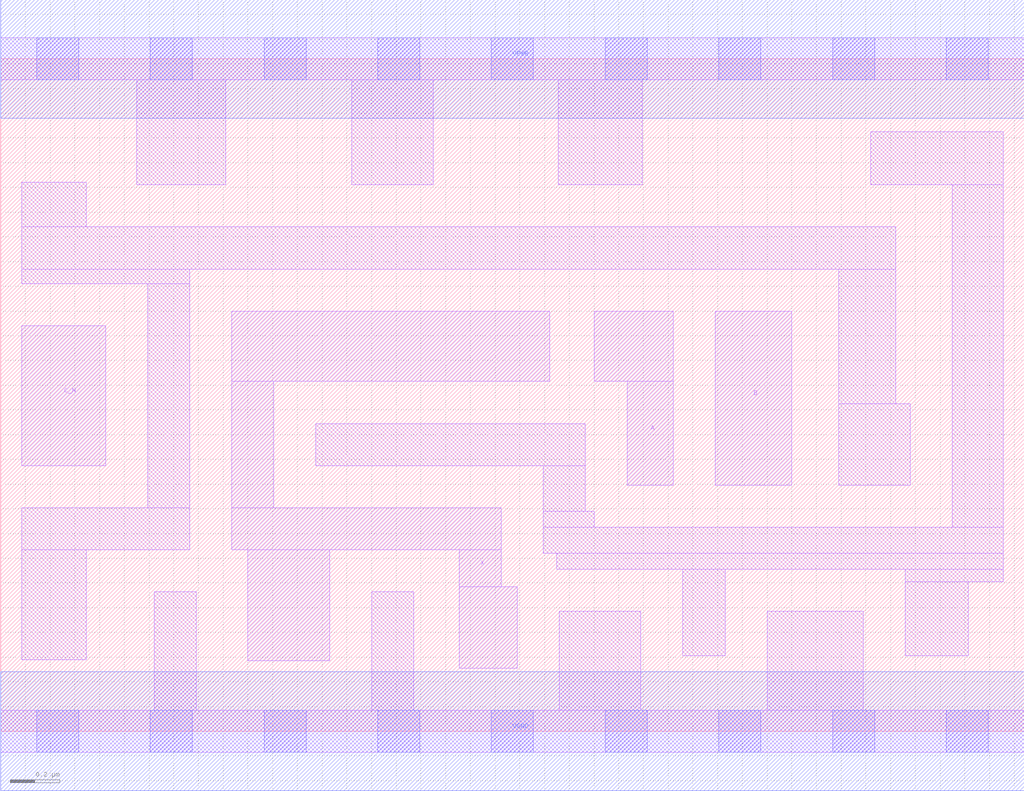
<source format=lef>
# Copyright 2020 The SkyWater PDK Authors
#
# Licensed under the Apache License, Version 2.0 (the "License");
# you may not use this file except in compliance with the License.
# You may obtain a copy of the License at
#
#     https://www.apache.org/licenses/LICENSE-2.0
#
# Unless required by applicable law or agreed to in writing, software
# distributed under the License is distributed on an "AS IS" BASIS,
# WITHOUT WARRANTIES OR CONDITIONS OF ANY KIND, either express or implied.
# See the License for the specific language governing permissions and
# limitations under the License.
#
# SPDX-License-Identifier: Apache-2.0

VERSION 5.7 ;
  NOWIREEXTENSIONATPIN ON ;
  DIVIDERCHAR "/" ;
  BUSBITCHARS "[]" ;
UNITS
  DATABASE MICRONS 200 ;
END UNITS
MACRO sky130_fd_sc_hd__or3b_4
  CLASS CORE ;
  FOREIGN sky130_fd_sc_hd__or3b_4 ;
  ORIGIN  0.000000  0.000000 ;
  SIZE  4.140000 BY  2.720000 ;
  SYMMETRY X Y R90 ;
  SITE unithd ;
  PIN A
    ANTENNAGATEAREA  0.247500 ;
    DIRECTION INPUT ;
    USE SIGNAL ;
    PORT
      LAYER li1 ;
        RECT 2.400000 1.415000 2.720000 1.700000 ;
        RECT 2.535000 0.995000 2.720000 1.415000 ;
    END
  END A
  PIN B
    ANTENNAGATEAREA  0.247500 ;
    DIRECTION INPUT ;
    USE SIGNAL ;
    PORT
      LAYER li1 ;
        RECT 2.890000 0.995000 3.200000 1.700000 ;
    END
  END B
  PIN C_N
    ANTENNAGATEAREA  0.126000 ;
    DIRECTION INPUT ;
    USE SIGNAL ;
    PORT
      LAYER li1 ;
        RECT 0.085000 1.075000 0.425000 1.640000 ;
    END
  END C_N
  PIN X
    ANTENNADIFFAREA  0.891000 ;
    DIRECTION OUTPUT ;
    USE SIGNAL ;
    PORT
      LAYER li1 ;
        RECT 0.935000 0.735000 2.025000 0.905000 ;
        RECT 0.935000 0.905000 1.105000 1.415000 ;
        RECT 0.935000 1.415000 2.220000 1.700000 ;
        RECT 1.000000 0.285000 1.330000 0.735000 ;
        RECT 1.855000 0.255000 2.090000 0.585000 ;
        RECT 1.855000 0.585000 2.025000 0.735000 ;
    END
  END X
  PIN VGND
    DIRECTION INOUT ;
    SHAPE ABUTMENT ;
    USE GROUND ;
    PORT
      LAYER met1 ;
        RECT 0.000000 -0.240000 4.140000 0.240000 ;
    END
  END VGND
  PIN VPWR
    DIRECTION INOUT ;
    SHAPE ABUTMENT ;
    USE POWER ;
    PORT
      LAYER met1 ;
        RECT 0.000000 2.480000 4.140000 2.960000 ;
    END
  END VPWR
  OBS
    LAYER li1 ;
      RECT 0.000000 -0.085000 4.140000 0.085000 ;
      RECT 0.000000  2.635000 4.140000 2.805000 ;
      RECT 0.085000  0.290000 0.345000 0.735000 ;
      RECT 0.085000  0.735000 0.765000 0.905000 ;
      RECT 0.085000  1.810000 0.765000 1.870000 ;
      RECT 0.085000  1.870000 3.620000 2.040000 ;
      RECT 0.085000  2.040000 0.345000 2.220000 ;
      RECT 0.550000  2.210000 0.910000 2.635000 ;
      RECT 0.595000  0.905000 0.765000 1.810000 ;
      RECT 0.620000  0.085000 0.790000 0.565000 ;
      RECT 1.275000  1.075000 2.365000 1.245000 ;
      RECT 1.420000  2.210000 1.750000 2.635000 ;
      RECT 1.500000  0.085000 1.670000 0.565000 ;
      RECT 2.195000  0.720000 4.055000 0.825000 ;
      RECT 2.195000  0.825000 2.400000 0.890000 ;
      RECT 2.195000  0.890000 2.365000 1.075000 ;
      RECT 2.250000  0.655000 4.055000 0.720000 ;
      RECT 2.255000  2.210000 2.595000 2.635000 ;
      RECT 2.260000  0.085000 2.590000 0.485000 ;
      RECT 2.760000  0.305000 2.930000 0.655000 ;
      RECT 3.100000  0.085000 3.490000 0.485000 ;
      RECT 3.390000  0.995000 3.680000 1.325000 ;
      RECT 3.390000  1.325000 3.620000 1.870000 ;
      RECT 3.520000  2.210000 4.055000 2.425000 ;
      RECT 3.660000  0.305000 3.915000 0.605000 ;
      RECT 3.660000  0.605000 4.055000 0.655000 ;
      RECT 3.850000  0.825000 4.055000 2.210000 ;
    LAYER mcon ;
      RECT 0.145000 -0.085000 0.315000 0.085000 ;
      RECT 0.145000  2.635000 0.315000 2.805000 ;
      RECT 0.605000 -0.085000 0.775000 0.085000 ;
      RECT 0.605000  2.635000 0.775000 2.805000 ;
      RECT 1.065000 -0.085000 1.235000 0.085000 ;
      RECT 1.065000  2.635000 1.235000 2.805000 ;
      RECT 1.525000 -0.085000 1.695000 0.085000 ;
      RECT 1.525000  2.635000 1.695000 2.805000 ;
      RECT 1.985000 -0.085000 2.155000 0.085000 ;
      RECT 1.985000  2.635000 2.155000 2.805000 ;
      RECT 2.445000 -0.085000 2.615000 0.085000 ;
      RECT 2.445000  2.635000 2.615000 2.805000 ;
      RECT 2.905000 -0.085000 3.075000 0.085000 ;
      RECT 2.905000  2.635000 3.075000 2.805000 ;
      RECT 3.365000 -0.085000 3.535000 0.085000 ;
      RECT 3.365000  2.635000 3.535000 2.805000 ;
      RECT 3.825000 -0.085000 3.995000 0.085000 ;
      RECT 3.825000  2.635000 3.995000 2.805000 ;
  END
END sky130_fd_sc_hd__or3b_4
END LIBRARY

</source>
